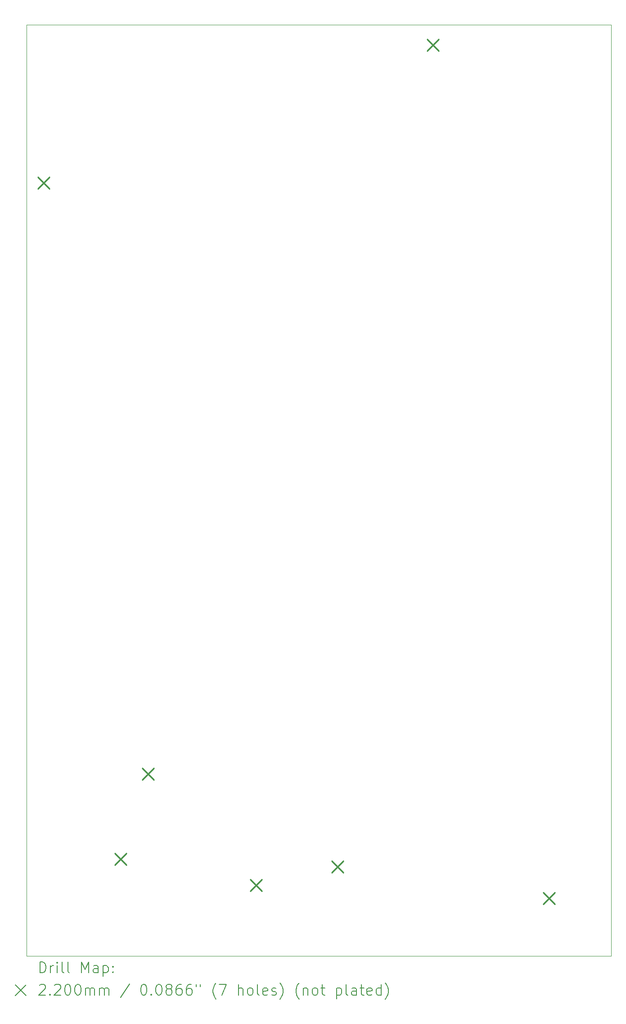
<source format=gbr>
%TF.GenerationSoftware,KiCad,Pcbnew,7.0.6-7.0.6~ubuntu22.04.1*%
%TF.CreationDate,2023-08-07T15:21:56+03:00*%
%TF.ProjectId,supply,73757070-6c79-42e6-9b69-6361645f7063,rev?*%
%TF.SameCoordinates,Original*%
%TF.FileFunction,Drillmap*%
%TF.FilePolarity,Positive*%
%FSLAX45Y45*%
G04 Gerber Fmt 4.5, Leading zero omitted, Abs format (unit mm)*
G04 Created by KiCad (PCBNEW 7.0.6-7.0.6~ubuntu22.04.1) date 2023-08-07 15:21:56*
%MOMM*%
%LPD*%
G01*
G04 APERTURE LIST*
%ADD10C,0.100000*%
%ADD11C,0.200000*%
%ADD12C,0.220000*%
G04 APERTURE END LIST*
D10*
X8647500Y-6080000D02*
X19647500Y-6080000D01*
X19647500Y-23580000D01*
X8647500Y-23580000D01*
X8647500Y-6080000D01*
D11*
D12*
X8865000Y-8940000D02*
X9085000Y-9160000D01*
X9085000Y-8940000D02*
X8865000Y-9160000D01*
X10310000Y-21650000D02*
X10530000Y-21870000D01*
X10530000Y-21650000D02*
X10310000Y-21870000D01*
X10830000Y-20050000D02*
X11050000Y-20270000D01*
X11050000Y-20050000D02*
X10830000Y-20270000D01*
X12860000Y-22140000D02*
X13080000Y-22360000D01*
X13080000Y-22140000D02*
X12860000Y-22360000D01*
X14390000Y-21800000D02*
X14610000Y-22020000D01*
X14610000Y-21800000D02*
X14390000Y-22020000D01*
X16190000Y-6350000D02*
X16410000Y-6570000D01*
X16410000Y-6350000D02*
X16190000Y-6570000D01*
X18370000Y-22390000D02*
X18590000Y-22610000D01*
X18590000Y-22390000D02*
X18370000Y-22610000D01*
D11*
X8903277Y-23896484D02*
X8903277Y-23696484D01*
X8903277Y-23696484D02*
X8950896Y-23696484D01*
X8950896Y-23696484D02*
X8979467Y-23706008D01*
X8979467Y-23706008D02*
X8998515Y-23725055D01*
X8998515Y-23725055D02*
X9008039Y-23744103D01*
X9008039Y-23744103D02*
X9017563Y-23782198D01*
X9017563Y-23782198D02*
X9017563Y-23810769D01*
X9017563Y-23810769D02*
X9008039Y-23848865D01*
X9008039Y-23848865D02*
X8998515Y-23867912D01*
X8998515Y-23867912D02*
X8979467Y-23886960D01*
X8979467Y-23886960D02*
X8950896Y-23896484D01*
X8950896Y-23896484D02*
X8903277Y-23896484D01*
X9103277Y-23896484D02*
X9103277Y-23763150D01*
X9103277Y-23801246D02*
X9112801Y-23782198D01*
X9112801Y-23782198D02*
X9122324Y-23772674D01*
X9122324Y-23772674D02*
X9141372Y-23763150D01*
X9141372Y-23763150D02*
X9160420Y-23763150D01*
X9227086Y-23896484D02*
X9227086Y-23763150D01*
X9227086Y-23696484D02*
X9217563Y-23706008D01*
X9217563Y-23706008D02*
X9227086Y-23715531D01*
X9227086Y-23715531D02*
X9236610Y-23706008D01*
X9236610Y-23706008D02*
X9227086Y-23696484D01*
X9227086Y-23696484D02*
X9227086Y-23715531D01*
X9350896Y-23896484D02*
X9331848Y-23886960D01*
X9331848Y-23886960D02*
X9322324Y-23867912D01*
X9322324Y-23867912D02*
X9322324Y-23696484D01*
X9455658Y-23896484D02*
X9436610Y-23886960D01*
X9436610Y-23886960D02*
X9427086Y-23867912D01*
X9427086Y-23867912D02*
X9427086Y-23696484D01*
X9684229Y-23896484D02*
X9684229Y-23696484D01*
X9684229Y-23696484D02*
X9750896Y-23839341D01*
X9750896Y-23839341D02*
X9817563Y-23696484D01*
X9817563Y-23696484D02*
X9817563Y-23896484D01*
X9998515Y-23896484D02*
X9998515Y-23791722D01*
X9998515Y-23791722D02*
X9988991Y-23772674D01*
X9988991Y-23772674D02*
X9969944Y-23763150D01*
X9969944Y-23763150D02*
X9931848Y-23763150D01*
X9931848Y-23763150D02*
X9912801Y-23772674D01*
X9998515Y-23886960D02*
X9979467Y-23896484D01*
X9979467Y-23896484D02*
X9931848Y-23896484D01*
X9931848Y-23896484D02*
X9912801Y-23886960D01*
X9912801Y-23886960D02*
X9903277Y-23867912D01*
X9903277Y-23867912D02*
X9903277Y-23848865D01*
X9903277Y-23848865D02*
X9912801Y-23829817D01*
X9912801Y-23829817D02*
X9931848Y-23820293D01*
X9931848Y-23820293D02*
X9979467Y-23820293D01*
X9979467Y-23820293D02*
X9998515Y-23810769D01*
X10093753Y-23763150D02*
X10093753Y-23963150D01*
X10093753Y-23772674D02*
X10112801Y-23763150D01*
X10112801Y-23763150D02*
X10150896Y-23763150D01*
X10150896Y-23763150D02*
X10169944Y-23772674D01*
X10169944Y-23772674D02*
X10179467Y-23782198D01*
X10179467Y-23782198D02*
X10188991Y-23801246D01*
X10188991Y-23801246D02*
X10188991Y-23858388D01*
X10188991Y-23858388D02*
X10179467Y-23877436D01*
X10179467Y-23877436D02*
X10169944Y-23886960D01*
X10169944Y-23886960D02*
X10150896Y-23896484D01*
X10150896Y-23896484D02*
X10112801Y-23896484D01*
X10112801Y-23896484D02*
X10093753Y-23886960D01*
X10274705Y-23877436D02*
X10284229Y-23886960D01*
X10284229Y-23886960D02*
X10274705Y-23896484D01*
X10274705Y-23896484D02*
X10265182Y-23886960D01*
X10265182Y-23886960D02*
X10274705Y-23877436D01*
X10274705Y-23877436D02*
X10274705Y-23896484D01*
X10274705Y-23772674D02*
X10284229Y-23782198D01*
X10284229Y-23782198D02*
X10274705Y-23791722D01*
X10274705Y-23791722D02*
X10265182Y-23782198D01*
X10265182Y-23782198D02*
X10274705Y-23772674D01*
X10274705Y-23772674D02*
X10274705Y-23791722D01*
X8442500Y-24125000D02*
X8642500Y-24325000D01*
X8642500Y-24125000D02*
X8442500Y-24325000D01*
X8893753Y-24135531D02*
X8903277Y-24126008D01*
X8903277Y-24126008D02*
X8922324Y-24116484D01*
X8922324Y-24116484D02*
X8969944Y-24116484D01*
X8969944Y-24116484D02*
X8988991Y-24126008D01*
X8988991Y-24126008D02*
X8998515Y-24135531D01*
X8998515Y-24135531D02*
X9008039Y-24154579D01*
X9008039Y-24154579D02*
X9008039Y-24173627D01*
X9008039Y-24173627D02*
X8998515Y-24202198D01*
X8998515Y-24202198D02*
X8884229Y-24316484D01*
X8884229Y-24316484D02*
X9008039Y-24316484D01*
X9093753Y-24297436D02*
X9103277Y-24306960D01*
X9103277Y-24306960D02*
X9093753Y-24316484D01*
X9093753Y-24316484D02*
X9084229Y-24306960D01*
X9084229Y-24306960D02*
X9093753Y-24297436D01*
X9093753Y-24297436D02*
X9093753Y-24316484D01*
X9179467Y-24135531D02*
X9188991Y-24126008D01*
X9188991Y-24126008D02*
X9208039Y-24116484D01*
X9208039Y-24116484D02*
X9255658Y-24116484D01*
X9255658Y-24116484D02*
X9274705Y-24126008D01*
X9274705Y-24126008D02*
X9284229Y-24135531D01*
X9284229Y-24135531D02*
X9293753Y-24154579D01*
X9293753Y-24154579D02*
X9293753Y-24173627D01*
X9293753Y-24173627D02*
X9284229Y-24202198D01*
X9284229Y-24202198D02*
X9169944Y-24316484D01*
X9169944Y-24316484D02*
X9293753Y-24316484D01*
X9417563Y-24116484D02*
X9436610Y-24116484D01*
X9436610Y-24116484D02*
X9455658Y-24126008D01*
X9455658Y-24126008D02*
X9465182Y-24135531D01*
X9465182Y-24135531D02*
X9474705Y-24154579D01*
X9474705Y-24154579D02*
X9484229Y-24192674D01*
X9484229Y-24192674D02*
X9484229Y-24240293D01*
X9484229Y-24240293D02*
X9474705Y-24278388D01*
X9474705Y-24278388D02*
X9465182Y-24297436D01*
X9465182Y-24297436D02*
X9455658Y-24306960D01*
X9455658Y-24306960D02*
X9436610Y-24316484D01*
X9436610Y-24316484D02*
X9417563Y-24316484D01*
X9417563Y-24316484D02*
X9398515Y-24306960D01*
X9398515Y-24306960D02*
X9388991Y-24297436D01*
X9388991Y-24297436D02*
X9379467Y-24278388D01*
X9379467Y-24278388D02*
X9369944Y-24240293D01*
X9369944Y-24240293D02*
X9369944Y-24192674D01*
X9369944Y-24192674D02*
X9379467Y-24154579D01*
X9379467Y-24154579D02*
X9388991Y-24135531D01*
X9388991Y-24135531D02*
X9398515Y-24126008D01*
X9398515Y-24126008D02*
X9417563Y-24116484D01*
X9608039Y-24116484D02*
X9627086Y-24116484D01*
X9627086Y-24116484D02*
X9646134Y-24126008D01*
X9646134Y-24126008D02*
X9655658Y-24135531D01*
X9655658Y-24135531D02*
X9665182Y-24154579D01*
X9665182Y-24154579D02*
X9674705Y-24192674D01*
X9674705Y-24192674D02*
X9674705Y-24240293D01*
X9674705Y-24240293D02*
X9665182Y-24278388D01*
X9665182Y-24278388D02*
X9655658Y-24297436D01*
X9655658Y-24297436D02*
X9646134Y-24306960D01*
X9646134Y-24306960D02*
X9627086Y-24316484D01*
X9627086Y-24316484D02*
X9608039Y-24316484D01*
X9608039Y-24316484D02*
X9588991Y-24306960D01*
X9588991Y-24306960D02*
X9579467Y-24297436D01*
X9579467Y-24297436D02*
X9569944Y-24278388D01*
X9569944Y-24278388D02*
X9560420Y-24240293D01*
X9560420Y-24240293D02*
X9560420Y-24192674D01*
X9560420Y-24192674D02*
X9569944Y-24154579D01*
X9569944Y-24154579D02*
X9579467Y-24135531D01*
X9579467Y-24135531D02*
X9588991Y-24126008D01*
X9588991Y-24126008D02*
X9608039Y-24116484D01*
X9760420Y-24316484D02*
X9760420Y-24183150D01*
X9760420Y-24202198D02*
X9769944Y-24192674D01*
X9769944Y-24192674D02*
X9788991Y-24183150D01*
X9788991Y-24183150D02*
X9817563Y-24183150D01*
X9817563Y-24183150D02*
X9836610Y-24192674D01*
X9836610Y-24192674D02*
X9846134Y-24211722D01*
X9846134Y-24211722D02*
X9846134Y-24316484D01*
X9846134Y-24211722D02*
X9855658Y-24192674D01*
X9855658Y-24192674D02*
X9874705Y-24183150D01*
X9874705Y-24183150D02*
X9903277Y-24183150D01*
X9903277Y-24183150D02*
X9922325Y-24192674D01*
X9922325Y-24192674D02*
X9931848Y-24211722D01*
X9931848Y-24211722D02*
X9931848Y-24316484D01*
X10027086Y-24316484D02*
X10027086Y-24183150D01*
X10027086Y-24202198D02*
X10036610Y-24192674D01*
X10036610Y-24192674D02*
X10055658Y-24183150D01*
X10055658Y-24183150D02*
X10084229Y-24183150D01*
X10084229Y-24183150D02*
X10103277Y-24192674D01*
X10103277Y-24192674D02*
X10112801Y-24211722D01*
X10112801Y-24211722D02*
X10112801Y-24316484D01*
X10112801Y-24211722D02*
X10122325Y-24192674D01*
X10122325Y-24192674D02*
X10141372Y-24183150D01*
X10141372Y-24183150D02*
X10169944Y-24183150D01*
X10169944Y-24183150D02*
X10188991Y-24192674D01*
X10188991Y-24192674D02*
X10198515Y-24211722D01*
X10198515Y-24211722D02*
X10198515Y-24316484D01*
X10588991Y-24106960D02*
X10417563Y-24364103D01*
X10846134Y-24116484D02*
X10865182Y-24116484D01*
X10865182Y-24116484D02*
X10884229Y-24126008D01*
X10884229Y-24126008D02*
X10893753Y-24135531D01*
X10893753Y-24135531D02*
X10903277Y-24154579D01*
X10903277Y-24154579D02*
X10912801Y-24192674D01*
X10912801Y-24192674D02*
X10912801Y-24240293D01*
X10912801Y-24240293D02*
X10903277Y-24278388D01*
X10903277Y-24278388D02*
X10893753Y-24297436D01*
X10893753Y-24297436D02*
X10884229Y-24306960D01*
X10884229Y-24306960D02*
X10865182Y-24316484D01*
X10865182Y-24316484D02*
X10846134Y-24316484D01*
X10846134Y-24316484D02*
X10827087Y-24306960D01*
X10827087Y-24306960D02*
X10817563Y-24297436D01*
X10817563Y-24297436D02*
X10808039Y-24278388D01*
X10808039Y-24278388D02*
X10798515Y-24240293D01*
X10798515Y-24240293D02*
X10798515Y-24192674D01*
X10798515Y-24192674D02*
X10808039Y-24154579D01*
X10808039Y-24154579D02*
X10817563Y-24135531D01*
X10817563Y-24135531D02*
X10827087Y-24126008D01*
X10827087Y-24126008D02*
X10846134Y-24116484D01*
X10998515Y-24297436D02*
X11008039Y-24306960D01*
X11008039Y-24306960D02*
X10998515Y-24316484D01*
X10998515Y-24316484D02*
X10988991Y-24306960D01*
X10988991Y-24306960D02*
X10998515Y-24297436D01*
X10998515Y-24297436D02*
X10998515Y-24316484D01*
X11131848Y-24116484D02*
X11150896Y-24116484D01*
X11150896Y-24116484D02*
X11169944Y-24126008D01*
X11169944Y-24126008D02*
X11179468Y-24135531D01*
X11179468Y-24135531D02*
X11188991Y-24154579D01*
X11188991Y-24154579D02*
X11198515Y-24192674D01*
X11198515Y-24192674D02*
X11198515Y-24240293D01*
X11198515Y-24240293D02*
X11188991Y-24278388D01*
X11188991Y-24278388D02*
X11179468Y-24297436D01*
X11179468Y-24297436D02*
X11169944Y-24306960D01*
X11169944Y-24306960D02*
X11150896Y-24316484D01*
X11150896Y-24316484D02*
X11131848Y-24316484D01*
X11131848Y-24316484D02*
X11112801Y-24306960D01*
X11112801Y-24306960D02*
X11103277Y-24297436D01*
X11103277Y-24297436D02*
X11093753Y-24278388D01*
X11093753Y-24278388D02*
X11084229Y-24240293D01*
X11084229Y-24240293D02*
X11084229Y-24192674D01*
X11084229Y-24192674D02*
X11093753Y-24154579D01*
X11093753Y-24154579D02*
X11103277Y-24135531D01*
X11103277Y-24135531D02*
X11112801Y-24126008D01*
X11112801Y-24126008D02*
X11131848Y-24116484D01*
X11312801Y-24202198D02*
X11293753Y-24192674D01*
X11293753Y-24192674D02*
X11284229Y-24183150D01*
X11284229Y-24183150D02*
X11274706Y-24164103D01*
X11274706Y-24164103D02*
X11274706Y-24154579D01*
X11274706Y-24154579D02*
X11284229Y-24135531D01*
X11284229Y-24135531D02*
X11293753Y-24126008D01*
X11293753Y-24126008D02*
X11312801Y-24116484D01*
X11312801Y-24116484D02*
X11350896Y-24116484D01*
X11350896Y-24116484D02*
X11369944Y-24126008D01*
X11369944Y-24126008D02*
X11379467Y-24135531D01*
X11379467Y-24135531D02*
X11388991Y-24154579D01*
X11388991Y-24154579D02*
X11388991Y-24164103D01*
X11388991Y-24164103D02*
X11379467Y-24183150D01*
X11379467Y-24183150D02*
X11369944Y-24192674D01*
X11369944Y-24192674D02*
X11350896Y-24202198D01*
X11350896Y-24202198D02*
X11312801Y-24202198D01*
X11312801Y-24202198D02*
X11293753Y-24211722D01*
X11293753Y-24211722D02*
X11284229Y-24221246D01*
X11284229Y-24221246D02*
X11274706Y-24240293D01*
X11274706Y-24240293D02*
X11274706Y-24278388D01*
X11274706Y-24278388D02*
X11284229Y-24297436D01*
X11284229Y-24297436D02*
X11293753Y-24306960D01*
X11293753Y-24306960D02*
X11312801Y-24316484D01*
X11312801Y-24316484D02*
X11350896Y-24316484D01*
X11350896Y-24316484D02*
X11369944Y-24306960D01*
X11369944Y-24306960D02*
X11379467Y-24297436D01*
X11379467Y-24297436D02*
X11388991Y-24278388D01*
X11388991Y-24278388D02*
X11388991Y-24240293D01*
X11388991Y-24240293D02*
X11379467Y-24221246D01*
X11379467Y-24221246D02*
X11369944Y-24211722D01*
X11369944Y-24211722D02*
X11350896Y-24202198D01*
X11560420Y-24116484D02*
X11522325Y-24116484D01*
X11522325Y-24116484D02*
X11503277Y-24126008D01*
X11503277Y-24126008D02*
X11493753Y-24135531D01*
X11493753Y-24135531D02*
X11474706Y-24164103D01*
X11474706Y-24164103D02*
X11465182Y-24202198D01*
X11465182Y-24202198D02*
X11465182Y-24278388D01*
X11465182Y-24278388D02*
X11474706Y-24297436D01*
X11474706Y-24297436D02*
X11484229Y-24306960D01*
X11484229Y-24306960D02*
X11503277Y-24316484D01*
X11503277Y-24316484D02*
X11541372Y-24316484D01*
X11541372Y-24316484D02*
X11560420Y-24306960D01*
X11560420Y-24306960D02*
X11569944Y-24297436D01*
X11569944Y-24297436D02*
X11579467Y-24278388D01*
X11579467Y-24278388D02*
X11579467Y-24230769D01*
X11579467Y-24230769D02*
X11569944Y-24211722D01*
X11569944Y-24211722D02*
X11560420Y-24202198D01*
X11560420Y-24202198D02*
X11541372Y-24192674D01*
X11541372Y-24192674D02*
X11503277Y-24192674D01*
X11503277Y-24192674D02*
X11484229Y-24202198D01*
X11484229Y-24202198D02*
X11474706Y-24211722D01*
X11474706Y-24211722D02*
X11465182Y-24230769D01*
X11750896Y-24116484D02*
X11712801Y-24116484D01*
X11712801Y-24116484D02*
X11693753Y-24126008D01*
X11693753Y-24126008D02*
X11684229Y-24135531D01*
X11684229Y-24135531D02*
X11665182Y-24164103D01*
X11665182Y-24164103D02*
X11655658Y-24202198D01*
X11655658Y-24202198D02*
X11655658Y-24278388D01*
X11655658Y-24278388D02*
X11665182Y-24297436D01*
X11665182Y-24297436D02*
X11674706Y-24306960D01*
X11674706Y-24306960D02*
X11693753Y-24316484D01*
X11693753Y-24316484D02*
X11731848Y-24316484D01*
X11731848Y-24316484D02*
X11750896Y-24306960D01*
X11750896Y-24306960D02*
X11760420Y-24297436D01*
X11760420Y-24297436D02*
X11769944Y-24278388D01*
X11769944Y-24278388D02*
X11769944Y-24230769D01*
X11769944Y-24230769D02*
X11760420Y-24211722D01*
X11760420Y-24211722D02*
X11750896Y-24202198D01*
X11750896Y-24202198D02*
X11731848Y-24192674D01*
X11731848Y-24192674D02*
X11693753Y-24192674D01*
X11693753Y-24192674D02*
X11674706Y-24202198D01*
X11674706Y-24202198D02*
X11665182Y-24211722D01*
X11665182Y-24211722D02*
X11655658Y-24230769D01*
X11846134Y-24116484D02*
X11846134Y-24154579D01*
X11922325Y-24116484D02*
X11922325Y-24154579D01*
X12217563Y-24392674D02*
X12208039Y-24383150D01*
X12208039Y-24383150D02*
X12188991Y-24354579D01*
X12188991Y-24354579D02*
X12179468Y-24335531D01*
X12179468Y-24335531D02*
X12169944Y-24306960D01*
X12169944Y-24306960D02*
X12160420Y-24259341D01*
X12160420Y-24259341D02*
X12160420Y-24221246D01*
X12160420Y-24221246D02*
X12169944Y-24173627D01*
X12169944Y-24173627D02*
X12179468Y-24145055D01*
X12179468Y-24145055D02*
X12188991Y-24126008D01*
X12188991Y-24126008D02*
X12208039Y-24097436D01*
X12208039Y-24097436D02*
X12217563Y-24087912D01*
X12274706Y-24116484D02*
X12408039Y-24116484D01*
X12408039Y-24116484D02*
X12322325Y-24316484D01*
X12636610Y-24316484D02*
X12636610Y-24116484D01*
X12722325Y-24316484D02*
X12722325Y-24211722D01*
X12722325Y-24211722D02*
X12712801Y-24192674D01*
X12712801Y-24192674D02*
X12693753Y-24183150D01*
X12693753Y-24183150D02*
X12665182Y-24183150D01*
X12665182Y-24183150D02*
X12646134Y-24192674D01*
X12646134Y-24192674D02*
X12636610Y-24202198D01*
X12846134Y-24316484D02*
X12827087Y-24306960D01*
X12827087Y-24306960D02*
X12817563Y-24297436D01*
X12817563Y-24297436D02*
X12808039Y-24278388D01*
X12808039Y-24278388D02*
X12808039Y-24221246D01*
X12808039Y-24221246D02*
X12817563Y-24202198D01*
X12817563Y-24202198D02*
X12827087Y-24192674D01*
X12827087Y-24192674D02*
X12846134Y-24183150D01*
X12846134Y-24183150D02*
X12874706Y-24183150D01*
X12874706Y-24183150D02*
X12893753Y-24192674D01*
X12893753Y-24192674D02*
X12903277Y-24202198D01*
X12903277Y-24202198D02*
X12912801Y-24221246D01*
X12912801Y-24221246D02*
X12912801Y-24278388D01*
X12912801Y-24278388D02*
X12903277Y-24297436D01*
X12903277Y-24297436D02*
X12893753Y-24306960D01*
X12893753Y-24306960D02*
X12874706Y-24316484D01*
X12874706Y-24316484D02*
X12846134Y-24316484D01*
X13027087Y-24316484D02*
X13008039Y-24306960D01*
X13008039Y-24306960D02*
X12998515Y-24287912D01*
X12998515Y-24287912D02*
X12998515Y-24116484D01*
X13179468Y-24306960D02*
X13160420Y-24316484D01*
X13160420Y-24316484D02*
X13122325Y-24316484D01*
X13122325Y-24316484D02*
X13103277Y-24306960D01*
X13103277Y-24306960D02*
X13093753Y-24287912D01*
X13093753Y-24287912D02*
X13093753Y-24211722D01*
X13093753Y-24211722D02*
X13103277Y-24192674D01*
X13103277Y-24192674D02*
X13122325Y-24183150D01*
X13122325Y-24183150D02*
X13160420Y-24183150D01*
X13160420Y-24183150D02*
X13179468Y-24192674D01*
X13179468Y-24192674D02*
X13188991Y-24211722D01*
X13188991Y-24211722D02*
X13188991Y-24230769D01*
X13188991Y-24230769D02*
X13093753Y-24249817D01*
X13265182Y-24306960D02*
X13284230Y-24316484D01*
X13284230Y-24316484D02*
X13322325Y-24316484D01*
X13322325Y-24316484D02*
X13341372Y-24306960D01*
X13341372Y-24306960D02*
X13350896Y-24287912D01*
X13350896Y-24287912D02*
X13350896Y-24278388D01*
X13350896Y-24278388D02*
X13341372Y-24259341D01*
X13341372Y-24259341D02*
X13322325Y-24249817D01*
X13322325Y-24249817D02*
X13293753Y-24249817D01*
X13293753Y-24249817D02*
X13274706Y-24240293D01*
X13274706Y-24240293D02*
X13265182Y-24221246D01*
X13265182Y-24221246D02*
X13265182Y-24211722D01*
X13265182Y-24211722D02*
X13274706Y-24192674D01*
X13274706Y-24192674D02*
X13293753Y-24183150D01*
X13293753Y-24183150D02*
X13322325Y-24183150D01*
X13322325Y-24183150D02*
X13341372Y-24192674D01*
X13417563Y-24392674D02*
X13427087Y-24383150D01*
X13427087Y-24383150D02*
X13446134Y-24354579D01*
X13446134Y-24354579D02*
X13455658Y-24335531D01*
X13455658Y-24335531D02*
X13465182Y-24306960D01*
X13465182Y-24306960D02*
X13474706Y-24259341D01*
X13474706Y-24259341D02*
X13474706Y-24221246D01*
X13474706Y-24221246D02*
X13465182Y-24173627D01*
X13465182Y-24173627D02*
X13455658Y-24145055D01*
X13455658Y-24145055D02*
X13446134Y-24126008D01*
X13446134Y-24126008D02*
X13427087Y-24097436D01*
X13427087Y-24097436D02*
X13417563Y-24087912D01*
X13779468Y-24392674D02*
X13769944Y-24383150D01*
X13769944Y-24383150D02*
X13750896Y-24354579D01*
X13750896Y-24354579D02*
X13741372Y-24335531D01*
X13741372Y-24335531D02*
X13731849Y-24306960D01*
X13731849Y-24306960D02*
X13722325Y-24259341D01*
X13722325Y-24259341D02*
X13722325Y-24221246D01*
X13722325Y-24221246D02*
X13731849Y-24173627D01*
X13731849Y-24173627D02*
X13741372Y-24145055D01*
X13741372Y-24145055D02*
X13750896Y-24126008D01*
X13750896Y-24126008D02*
X13769944Y-24097436D01*
X13769944Y-24097436D02*
X13779468Y-24087912D01*
X13855658Y-24183150D02*
X13855658Y-24316484D01*
X13855658Y-24202198D02*
X13865182Y-24192674D01*
X13865182Y-24192674D02*
X13884230Y-24183150D01*
X13884230Y-24183150D02*
X13912801Y-24183150D01*
X13912801Y-24183150D02*
X13931849Y-24192674D01*
X13931849Y-24192674D02*
X13941372Y-24211722D01*
X13941372Y-24211722D02*
X13941372Y-24316484D01*
X14065182Y-24316484D02*
X14046134Y-24306960D01*
X14046134Y-24306960D02*
X14036611Y-24297436D01*
X14036611Y-24297436D02*
X14027087Y-24278388D01*
X14027087Y-24278388D02*
X14027087Y-24221246D01*
X14027087Y-24221246D02*
X14036611Y-24202198D01*
X14036611Y-24202198D02*
X14046134Y-24192674D01*
X14046134Y-24192674D02*
X14065182Y-24183150D01*
X14065182Y-24183150D02*
X14093753Y-24183150D01*
X14093753Y-24183150D02*
X14112801Y-24192674D01*
X14112801Y-24192674D02*
X14122325Y-24202198D01*
X14122325Y-24202198D02*
X14131849Y-24221246D01*
X14131849Y-24221246D02*
X14131849Y-24278388D01*
X14131849Y-24278388D02*
X14122325Y-24297436D01*
X14122325Y-24297436D02*
X14112801Y-24306960D01*
X14112801Y-24306960D02*
X14093753Y-24316484D01*
X14093753Y-24316484D02*
X14065182Y-24316484D01*
X14188992Y-24183150D02*
X14265182Y-24183150D01*
X14217563Y-24116484D02*
X14217563Y-24287912D01*
X14217563Y-24287912D02*
X14227087Y-24306960D01*
X14227087Y-24306960D02*
X14246134Y-24316484D01*
X14246134Y-24316484D02*
X14265182Y-24316484D01*
X14484230Y-24183150D02*
X14484230Y-24383150D01*
X14484230Y-24192674D02*
X14503277Y-24183150D01*
X14503277Y-24183150D02*
X14541373Y-24183150D01*
X14541373Y-24183150D02*
X14560420Y-24192674D01*
X14560420Y-24192674D02*
X14569944Y-24202198D01*
X14569944Y-24202198D02*
X14579468Y-24221246D01*
X14579468Y-24221246D02*
X14579468Y-24278388D01*
X14579468Y-24278388D02*
X14569944Y-24297436D01*
X14569944Y-24297436D02*
X14560420Y-24306960D01*
X14560420Y-24306960D02*
X14541373Y-24316484D01*
X14541373Y-24316484D02*
X14503277Y-24316484D01*
X14503277Y-24316484D02*
X14484230Y-24306960D01*
X14693753Y-24316484D02*
X14674706Y-24306960D01*
X14674706Y-24306960D02*
X14665182Y-24287912D01*
X14665182Y-24287912D02*
X14665182Y-24116484D01*
X14855658Y-24316484D02*
X14855658Y-24211722D01*
X14855658Y-24211722D02*
X14846134Y-24192674D01*
X14846134Y-24192674D02*
X14827087Y-24183150D01*
X14827087Y-24183150D02*
X14788992Y-24183150D01*
X14788992Y-24183150D02*
X14769944Y-24192674D01*
X14855658Y-24306960D02*
X14836611Y-24316484D01*
X14836611Y-24316484D02*
X14788992Y-24316484D01*
X14788992Y-24316484D02*
X14769944Y-24306960D01*
X14769944Y-24306960D02*
X14760420Y-24287912D01*
X14760420Y-24287912D02*
X14760420Y-24268865D01*
X14760420Y-24268865D02*
X14769944Y-24249817D01*
X14769944Y-24249817D02*
X14788992Y-24240293D01*
X14788992Y-24240293D02*
X14836611Y-24240293D01*
X14836611Y-24240293D02*
X14855658Y-24230769D01*
X14922325Y-24183150D02*
X14998515Y-24183150D01*
X14950896Y-24116484D02*
X14950896Y-24287912D01*
X14950896Y-24287912D02*
X14960420Y-24306960D01*
X14960420Y-24306960D02*
X14979468Y-24316484D01*
X14979468Y-24316484D02*
X14998515Y-24316484D01*
X15141373Y-24306960D02*
X15122325Y-24316484D01*
X15122325Y-24316484D02*
X15084230Y-24316484D01*
X15084230Y-24316484D02*
X15065182Y-24306960D01*
X15065182Y-24306960D02*
X15055658Y-24287912D01*
X15055658Y-24287912D02*
X15055658Y-24211722D01*
X15055658Y-24211722D02*
X15065182Y-24192674D01*
X15065182Y-24192674D02*
X15084230Y-24183150D01*
X15084230Y-24183150D02*
X15122325Y-24183150D01*
X15122325Y-24183150D02*
X15141373Y-24192674D01*
X15141373Y-24192674D02*
X15150896Y-24211722D01*
X15150896Y-24211722D02*
X15150896Y-24230769D01*
X15150896Y-24230769D02*
X15055658Y-24249817D01*
X15322325Y-24316484D02*
X15322325Y-24116484D01*
X15322325Y-24306960D02*
X15303277Y-24316484D01*
X15303277Y-24316484D02*
X15265182Y-24316484D01*
X15265182Y-24316484D02*
X15246134Y-24306960D01*
X15246134Y-24306960D02*
X15236611Y-24297436D01*
X15236611Y-24297436D02*
X15227087Y-24278388D01*
X15227087Y-24278388D02*
X15227087Y-24221246D01*
X15227087Y-24221246D02*
X15236611Y-24202198D01*
X15236611Y-24202198D02*
X15246134Y-24192674D01*
X15246134Y-24192674D02*
X15265182Y-24183150D01*
X15265182Y-24183150D02*
X15303277Y-24183150D01*
X15303277Y-24183150D02*
X15322325Y-24192674D01*
X15398515Y-24392674D02*
X15408039Y-24383150D01*
X15408039Y-24383150D02*
X15427087Y-24354579D01*
X15427087Y-24354579D02*
X15436611Y-24335531D01*
X15436611Y-24335531D02*
X15446134Y-24306960D01*
X15446134Y-24306960D02*
X15455658Y-24259341D01*
X15455658Y-24259341D02*
X15455658Y-24221246D01*
X15455658Y-24221246D02*
X15446134Y-24173627D01*
X15446134Y-24173627D02*
X15436611Y-24145055D01*
X15436611Y-24145055D02*
X15427087Y-24126008D01*
X15427087Y-24126008D02*
X15408039Y-24097436D01*
X15408039Y-24097436D02*
X15398515Y-24087912D01*
M02*

</source>
